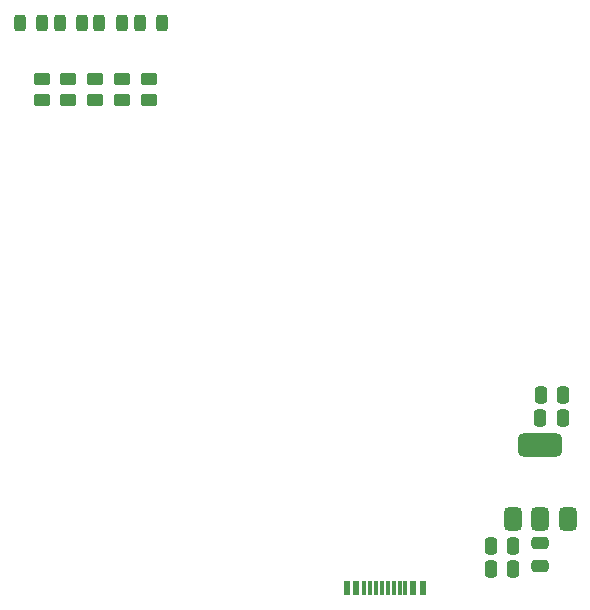
<source format=gbr>
%TF.GenerationSoftware,KiCad,Pcbnew,9.0.0*%
%TF.CreationDate,2025-04-24T22:15:06+07:00*%
%TF.ProjectId,Controll_,436f6e74-726f-46c6-9cbb-2e6b69636164,rev?*%
%TF.SameCoordinates,Original*%
%TF.FileFunction,Paste,Bot*%
%TF.FilePolarity,Positive*%
%FSLAX46Y46*%
G04 Gerber Fmt 4.6, Leading zero omitted, Abs format (unit mm)*
G04 Created by KiCad (PCBNEW 9.0.0) date 2025-04-24 22:15:06*
%MOMM*%
%LPD*%
G01*
G04 APERTURE LIST*
G04 Aperture macros list*
%AMRoundRect*
0 Rectangle with rounded corners*
0 $1 Rounding radius*
0 $2 $3 $4 $5 $6 $7 $8 $9 X,Y pos of 4 corners*
0 Add a 4 corners polygon primitive as box body*
4,1,4,$2,$3,$4,$5,$6,$7,$8,$9,$2,$3,0*
0 Add four circle primitives for the rounded corners*
1,1,$1+$1,$2,$3*
1,1,$1+$1,$4,$5*
1,1,$1+$1,$6,$7*
1,1,$1+$1,$8,$9*
0 Add four rect primitives between the rounded corners*
20,1,$1+$1,$2,$3,$4,$5,0*
20,1,$1+$1,$4,$5,$6,$7,0*
20,1,$1+$1,$6,$7,$8,$9,0*
20,1,$1+$1,$8,$9,$2,$3,0*%
G04 Aperture macros list end*
%ADD10RoundRect,0.250000X-0.475000X0.250000X-0.475000X-0.250000X0.475000X-0.250000X0.475000X0.250000X0*%
%ADD11RoundRect,0.250000X0.250000X0.475000X-0.250000X0.475000X-0.250000X-0.475000X0.250000X-0.475000X0*%
%ADD12RoundRect,0.250000X-0.450000X0.262500X-0.450000X-0.262500X0.450000X-0.262500X0.450000X0.262500X0*%
%ADD13RoundRect,0.250000X-0.250000X-0.475000X0.250000X-0.475000X0.250000X0.475000X-0.250000X0.475000X0*%
%ADD14RoundRect,0.243750X-0.243750X-0.456250X0.243750X-0.456250X0.243750X0.456250X-0.243750X0.456250X0*%
%ADD15R,0.600000X1.240000*%
%ADD16R,0.300000X1.240000*%
%ADD17RoundRect,0.375000X0.375000X-0.625000X0.375000X0.625000X-0.375000X0.625000X-0.375000X-0.625000X0*%
%ADD18RoundRect,0.500000X1.400000X-0.500000X1.400000X0.500000X-1.400000X0.500000X-1.400000X-0.500000X0*%
G04 APERTURE END LIST*
D10*
%TO.C,C6*%
X152440000Y-102520000D03*
X152440000Y-104420000D03*
%TD*%
D11*
%TO.C,C2*%
X150150000Y-102760000D03*
X148250000Y-102760000D03*
%TD*%
D12*
%TO.C,R4*%
X117050000Y-63187500D03*
X117050000Y-65012500D03*
%TD*%
D11*
%TO.C,C1*%
X150150000Y-104740000D03*
X148250000Y-104740000D03*
%TD*%
D12*
%TO.C,R1*%
X110250000Y-63190000D03*
X110250000Y-65015000D03*
%TD*%
D13*
%TO.C,C4*%
X152460000Y-89950000D03*
X154360000Y-89950000D03*
%TD*%
D14*
%TO.C,D4*%
X118537500Y-58452500D03*
X120412500Y-58452500D03*
%TD*%
D12*
%TO.C,R3*%
X114775000Y-63190000D03*
X114775000Y-65015000D03*
%TD*%
D15*
%TO.C,P2*%
X142475000Y-106335000D03*
X141675000Y-106335000D03*
D16*
X140525000Y-106335000D03*
X139525000Y-106335000D03*
X139025000Y-106335000D03*
X138025000Y-106335000D03*
D15*
X136875000Y-106335000D03*
X136075000Y-106335000D03*
X136075000Y-106335000D03*
X136875000Y-106335000D03*
D16*
X137525000Y-106335000D03*
X138525000Y-106335000D03*
X140025000Y-106335000D03*
X141025000Y-106335000D03*
D15*
X141675000Y-106335000D03*
X142475000Y-106335000D03*
%TD*%
D12*
%TO.C,R2*%
X112475000Y-63190000D03*
X112475000Y-65015000D03*
%TD*%
D14*
%TO.C,D1*%
X108375000Y-58477500D03*
X110250000Y-58477500D03*
%TD*%
%TO.C,D3*%
X115112500Y-58452500D03*
X116987500Y-58452500D03*
%TD*%
D13*
%TO.C,C3*%
X152450000Y-91910000D03*
X154350000Y-91910000D03*
%TD*%
D17*
%TO.C,U3*%
X154750000Y-100475000D03*
X152450000Y-100475000D03*
D18*
X152450000Y-94175000D03*
D17*
X150150000Y-100475000D03*
%TD*%
D14*
%TO.C,D2*%
X111750000Y-58477500D03*
X113625000Y-58477500D03*
%TD*%
D12*
%TO.C,R5*%
X119325000Y-63190000D03*
X119325000Y-65015000D03*
%TD*%
M02*

</source>
